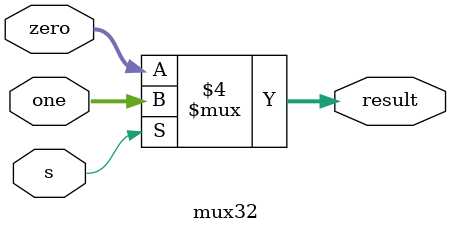
<source format=v>
module muxA (output reg [4:0] result, input [1:0] s, input [4:0] zero, one, two);

  always @(s,zero, one, two)
  case (s)
    2'b00: result = zero;
    2'b01: result =  one;
    2'b10: result = two;
    
    default: result = zero;
  endcase
endmodule

module mux4 (output reg [4:0] result, input s, input [4:0] zero, one);

  always @(s,zero, one)
    if (s == 0) begin
      result = zero;
    end else begin
      result = one;
    end
endmodule

module mux32 (output reg [31:0] result, input s, input [31:0] zero, one);

  always @(s,zero, one)
    if (s == 0) begin
      result = zero;
    end else begin
      result = one;
    end
endmodule



</source>
